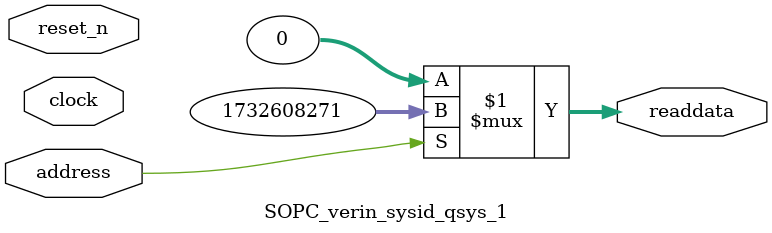
<source format=v>



// synthesis translate_off
`timescale 1ns / 1ps
// synthesis translate_on

// turn off superfluous verilog processor warnings 
// altera message_level Level1 
// altera message_off 10034 10035 10036 10037 10230 10240 10030 

module SOPC_verin_sysid_qsys_1 (
               // inputs:
                address,
                clock,
                reset_n,

               // outputs:
                readdata
             )
;

  output  [ 31: 0] readdata;
  input            address;
  input            clock;
  input            reset_n;

  wire    [ 31: 0] readdata;
  //control_slave, which is an e_avalon_slave
  assign readdata = address ? 1732608271 : 0;

endmodule



</source>
